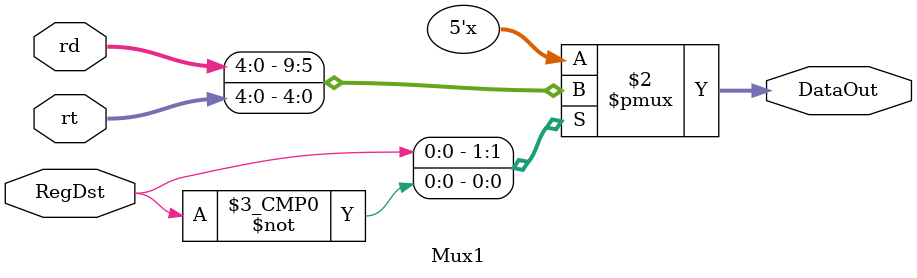
<source format=v>

module Mux1
(
	//Entradas
	input wire RegDst,          //Selector
	input wire [4:0] rt,        //RT
	input wire [4:0] rd,        //RD
	
	//Salida
	output reg [4:0] DataOut    //Dato de salida
);

always @(*) begin
	case (RegDst)
		1'b1: begin
			DataOut = rd;
		end
		1'b0: begin
			DataOut = rt;
		end
	endcase
end

endmodule

</source>
